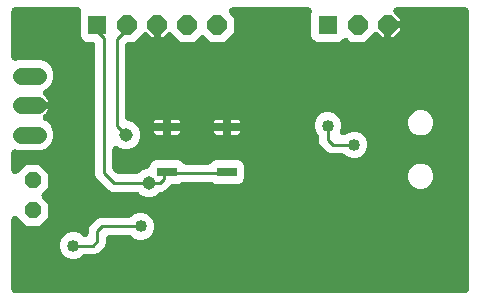
<source format=gbr>
G04 EAGLE Gerber RS-274X export*
G75*
%MOMM*%
%FSLAX34Y34*%
%LPD*%
%INBottom Copper*%
%IPPOS*%
%AMOC8*
5,1,8,0,0,1.08239X$1,22.5*%
G01*
%ADD10C,1.422400*%
%ADD11R,1.625600X1.625600*%
%ADD12P,1.759533X8X112.500000*%
%ADD13R,1.651000X0.762000*%
%ADD14P,1.539592X8X292.500000*%
%ADD15C,1.016000*%
%ADD16C,0.254000*%
%ADD17C,1.143000*%

G36*
X591896Y171253D02*
X591896Y171253D01*
X591972Y171251D01*
X592141Y171273D01*
X592312Y171287D01*
X592386Y171305D01*
X592461Y171315D01*
X592625Y171364D01*
X592791Y171405D01*
X592860Y171435D01*
X592934Y171457D01*
X593087Y171533D01*
X593244Y171600D01*
X593308Y171641D01*
X593377Y171674D01*
X593516Y171773D01*
X593660Y171865D01*
X593717Y171916D01*
X593779Y171960D01*
X593900Y172080D01*
X594028Y172194D01*
X594076Y172253D01*
X594130Y172307D01*
X594231Y172445D01*
X594338Y172578D01*
X594375Y172644D01*
X594420Y172705D01*
X594497Y172858D01*
X594582Y173006D01*
X594608Y173078D01*
X594643Y173146D01*
X594694Y173309D01*
X594753Y173469D01*
X594768Y173544D01*
X594791Y173616D01*
X594803Y173721D01*
X594848Y173953D01*
X594855Y174189D01*
X594867Y174294D01*
X594867Y409906D01*
X594861Y409982D01*
X594863Y410058D01*
X594841Y410227D01*
X594827Y410398D01*
X594809Y410472D01*
X594799Y410547D01*
X594750Y410711D01*
X594709Y410877D01*
X594679Y410946D01*
X594657Y411020D01*
X594581Y411173D01*
X594514Y411330D01*
X594473Y411394D01*
X594440Y411463D01*
X594341Y411602D01*
X594249Y411746D01*
X594198Y411803D01*
X594154Y411865D01*
X594034Y411986D01*
X593920Y412114D01*
X593861Y412162D01*
X593807Y412216D01*
X593669Y412317D01*
X593536Y412424D01*
X593470Y412461D01*
X593409Y412506D01*
X593256Y412583D01*
X593108Y412668D01*
X593036Y412694D01*
X592968Y412729D01*
X592805Y412780D01*
X592645Y412839D01*
X592570Y412854D01*
X592498Y412877D01*
X592393Y412889D01*
X592161Y412934D01*
X591925Y412941D01*
X591820Y412953D01*
X534051Y412953D01*
X534013Y412950D01*
X533975Y412952D01*
X533767Y412930D01*
X533560Y412913D01*
X533523Y412904D01*
X533485Y412900D01*
X533283Y412845D01*
X533081Y412795D01*
X533046Y412780D01*
X533009Y412769D01*
X532819Y412682D01*
X532627Y412600D01*
X532595Y412580D01*
X532561Y412564D01*
X532387Y412447D01*
X532211Y412335D01*
X532183Y412310D01*
X532151Y412288D01*
X531999Y412145D01*
X531843Y412006D01*
X531819Y411977D01*
X531792Y411951D01*
X531664Y411785D01*
X531533Y411622D01*
X531515Y411589D01*
X531491Y411559D01*
X531393Y411375D01*
X531289Y411194D01*
X531276Y411158D01*
X531258Y411124D01*
X531190Y410927D01*
X531118Y410731D01*
X531111Y410694D01*
X531098Y410658D01*
X531063Y410451D01*
X531023Y410247D01*
X531022Y410209D01*
X531016Y410171D01*
X531014Y409962D01*
X531008Y409754D01*
X531013Y409716D01*
X531013Y409678D01*
X531045Y409471D01*
X531072Y409265D01*
X531083Y409228D01*
X531089Y409191D01*
X531154Y408992D01*
X531215Y408793D01*
X531232Y408758D01*
X531243Y408722D01*
X531340Y408537D01*
X531432Y408349D01*
X531454Y408318D01*
X531471Y408284D01*
X531529Y408212D01*
X531717Y407947D01*
X531838Y407825D01*
X531897Y407751D01*
X536957Y402691D01*
X536957Y401319D01*
X526288Y401319D01*
X526212Y401313D01*
X526136Y401316D01*
X525967Y401293D01*
X525797Y401279D01*
X525723Y401261D01*
X525647Y401251D01*
X525483Y401202D01*
X525318Y401161D01*
X525248Y401131D01*
X525175Y401109D01*
X525021Y401034D01*
X524864Y400966D01*
X524800Y400925D01*
X524732Y400892D01*
X524592Y400793D01*
X524448Y400701D01*
X524392Y400650D01*
X524329Y400606D01*
X524208Y400486D01*
X524080Y400372D01*
X524032Y400313D01*
X523978Y400259D01*
X523877Y400121D01*
X523770Y399988D01*
X523732Y399922D01*
X523687Y399860D01*
X523611Y399708D01*
X523526Y399559D01*
X523499Y399488D01*
X523465Y399420D01*
X523414Y399257D01*
X523354Y399097D01*
X523340Y399022D01*
X523317Y398949D01*
X523305Y398845D01*
X523260Y398613D01*
X523252Y398377D01*
X523241Y398272D01*
X523241Y387603D01*
X521869Y387603D01*
X518257Y391215D01*
X518199Y391264D01*
X518147Y391320D01*
X518012Y391424D01*
X517881Y391534D01*
X517816Y391574D01*
X517756Y391620D01*
X517605Y391701D01*
X517459Y391789D01*
X517388Y391817D01*
X517321Y391853D01*
X517159Y391909D01*
X517001Y391972D01*
X516926Y391989D01*
X516854Y392013D01*
X516686Y392042D01*
X516519Y392079D01*
X516443Y392083D01*
X516368Y392096D01*
X516197Y392097D01*
X516026Y392107D01*
X515951Y392098D01*
X515874Y392099D01*
X515705Y392072D01*
X515536Y392054D01*
X515463Y392034D01*
X515387Y392022D01*
X515225Y391969D01*
X515060Y391924D01*
X514991Y391892D01*
X514919Y391868D01*
X514767Y391789D01*
X514612Y391718D01*
X514548Y391675D01*
X514481Y391640D01*
X514399Y391575D01*
X514202Y391443D01*
X514030Y391281D01*
X513948Y391215D01*
X506780Y384047D01*
X494996Y384047D01*
X492723Y386320D01*
X492665Y386369D01*
X492613Y386425D01*
X492478Y386528D01*
X492347Y386639D01*
X492282Y386679D01*
X492222Y386725D01*
X492071Y386806D01*
X491925Y386894D01*
X491854Y386922D01*
X491787Y386958D01*
X491625Y387014D01*
X491467Y387077D01*
X491392Y387093D01*
X491320Y387118D01*
X491152Y387147D01*
X490985Y387184D01*
X490909Y387188D01*
X490834Y387201D01*
X490663Y387202D01*
X490493Y387211D01*
X490417Y387203D01*
X490341Y387204D01*
X490172Y387177D01*
X490002Y387159D01*
X489929Y387139D01*
X489853Y387127D01*
X489691Y387074D01*
X489526Y387029D01*
X489457Y386997D01*
X489385Y386973D01*
X489233Y386894D01*
X489078Y386823D01*
X489015Y386780D01*
X488947Y386745D01*
X488865Y386679D01*
X488669Y386547D01*
X488496Y386386D01*
X488414Y386320D01*
X487069Y384975D01*
X484829Y384047D01*
X466147Y384047D01*
X463906Y384975D01*
X462191Y386690D01*
X461263Y388931D01*
X461263Y407613D01*
X461730Y408740D01*
X461786Y408912D01*
X461848Y409081D01*
X461861Y409146D01*
X461881Y409209D01*
X461908Y409388D01*
X461943Y409565D01*
X461945Y409631D01*
X461955Y409697D01*
X461953Y409878D01*
X461958Y410058D01*
X461950Y410124D01*
X461949Y410191D01*
X461917Y410368D01*
X461894Y410547D01*
X461875Y410611D01*
X461863Y410676D01*
X461804Y410847D01*
X461751Y411020D01*
X461722Y411079D01*
X461700Y411142D01*
X461614Y411300D01*
X461535Y411463D01*
X461496Y411517D01*
X461464Y411575D01*
X461353Y411718D01*
X461249Y411865D01*
X461202Y411912D01*
X461162Y411965D01*
X461029Y412088D01*
X460902Y412216D01*
X460849Y412255D01*
X460800Y412300D01*
X460649Y412400D01*
X460504Y412506D01*
X460444Y412536D01*
X460389Y412573D01*
X460224Y412647D01*
X460063Y412729D01*
X460000Y412749D01*
X459939Y412776D01*
X459765Y412823D01*
X459593Y412877D01*
X459540Y412883D01*
X459463Y412904D01*
X458972Y412953D01*
X458938Y412951D01*
X458915Y412953D01*
X394808Y412953D01*
X394770Y412950D01*
X394732Y412952D01*
X394524Y412930D01*
X394317Y412913D01*
X394279Y412904D01*
X394242Y412900D01*
X394040Y412845D01*
X393838Y412795D01*
X393803Y412780D01*
X393766Y412769D01*
X393576Y412682D01*
X393384Y412600D01*
X393352Y412580D01*
X393317Y412564D01*
X393144Y412447D01*
X392968Y412335D01*
X392940Y412310D01*
X392908Y412288D01*
X392756Y412145D01*
X392600Y412006D01*
X392576Y411977D01*
X392549Y411951D01*
X392421Y411784D01*
X392290Y411622D01*
X392272Y411590D01*
X392248Y411559D01*
X392149Y411375D01*
X392046Y411194D01*
X392033Y411158D01*
X392015Y411124D01*
X391947Y410927D01*
X391875Y410731D01*
X391868Y410694D01*
X391855Y410658D01*
X391820Y410451D01*
X391780Y410247D01*
X391779Y410209D01*
X391773Y410171D01*
X391771Y409962D01*
X391765Y409754D01*
X391770Y409716D01*
X391770Y409678D01*
X391802Y409471D01*
X391829Y409265D01*
X391840Y409228D01*
X391846Y409191D01*
X391911Y408992D01*
X391972Y408793D01*
X391988Y408758D01*
X392000Y408722D01*
X392097Y408537D01*
X392189Y408349D01*
X392211Y408318D01*
X392228Y408284D01*
X392286Y408212D01*
X392474Y407947D01*
X392595Y407825D01*
X392654Y407751D01*
X396241Y404164D01*
X396241Y392380D01*
X387908Y384047D01*
X376124Y384047D01*
X371471Y388700D01*
X371413Y388750D01*
X371360Y388805D01*
X371225Y388909D01*
X371095Y389020D01*
X371029Y389059D01*
X370969Y389106D01*
X370819Y389186D01*
X370672Y389275D01*
X370601Y389303D01*
X370534Y389339D01*
X370373Y389394D01*
X370214Y389458D01*
X370140Y389474D01*
X370068Y389499D01*
X369899Y389527D01*
X369732Y389564D01*
X369656Y389569D01*
X369581Y389581D01*
X369410Y389582D01*
X369240Y389592D01*
X369164Y389584D01*
X369088Y389584D01*
X368919Y389558D01*
X368749Y389540D01*
X368676Y389520D01*
X368601Y389508D01*
X368438Y389454D01*
X368274Y389409D01*
X368204Y389377D01*
X368132Y389354D01*
X367981Y389275D01*
X367825Y389203D01*
X367762Y389161D01*
X367694Y389126D01*
X367612Y389060D01*
X367416Y388928D01*
X367244Y388766D01*
X367161Y388700D01*
X362508Y384047D01*
X350724Y384047D01*
X343556Y391215D01*
X343498Y391264D01*
X343446Y391320D01*
X343310Y391424D01*
X343180Y391534D01*
X343115Y391574D01*
X343055Y391620D01*
X342904Y391701D01*
X342758Y391789D01*
X342687Y391817D01*
X342620Y391853D01*
X342458Y391909D01*
X342300Y391972D01*
X342225Y391989D01*
X342153Y392013D01*
X341985Y392042D01*
X341818Y392079D01*
X341742Y392083D01*
X341667Y392096D01*
X341496Y392097D01*
X341325Y392107D01*
X341250Y392098D01*
X341173Y392099D01*
X341004Y392072D01*
X340835Y392054D01*
X340762Y392034D01*
X340686Y392022D01*
X340524Y391969D01*
X340359Y391924D01*
X340290Y391892D01*
X340218Y391868D01*
X340066Y391789D01*
X339911Y391718D01*
X339848Y391675D01*
X339780Y391640D01*
X339698Y391575D01*
X339501Y391443D01*
X339329Y391281D01*
X339247Y391215D01*
X335635Y387603D01*
X334263Y387603D01*
X334263Y398272D01*
X334257Y398348D01*
X334260Y398424D01*
X334237Y398593D01*
X334223Y398763D01*
X334205Y398837D01*
X334195Y398913D01*
X334146Y399077D01*
X334105Y399242D01*
X334075Y399312D01*
X334053Y399385D01*
X333978Y399539D01*
X333910Y399696D01*
X333869Y399760D01*
X333836Y399828D01*
X333737Y399968D01*
X333645Y400112D01*
X333594Y400168D01*
X333550Y400231D01*
X333430Y400352D01*
X333316Y400480D01*
X333257Y400527D01*
X333204Y400582D01*
X333065Y400682D01*
X332933Y400789D01*
X332866Y400827D01*
X332805Y400872D01*
X332652Y400949D01*
X332504Y401033D01*
X332432Y401060D01*
X332364Y401094D01*
X332202Y401146D01*
X332041Y401205D01*
X331967Y401220D01*
X331894Y401243D01*
X331789Y401254D01*
X331557Y401300D01*
X331321Y401307D01*
X331216Y401319D01*
X331140Y401313D01*
X331064Y401315D01*
X330894Y401293D01*
X330724Y401279D01*
X330650Y401261D01*
X330575Y401251D01*
X330411Y401201D01*
X330245Y401160D01*
X330175Y401130D01*
X330102Y401108D01*
X329949Y401033D01*
X329792Y400966D01*
X329728Y400925D01*
X329659Y400891D01*
X329520Y400792D01*
X329376Y400701D01*
X329319Y400650D01*
X329257Y400606D01*
X329135Y400486D01*
X329008Y400372D01*
X328960Y400313D01*
X328906Y400259D01*
X328805Y400121D01*
X328698Y399988D01*
X328660Y399922D01*
X328615Y399860D01*
X328539Y399708D01*
X328454Y399559D01*
X328427Y399488D01*
X328393Y399420D01*
X328342Y399257D01*
X328282Y399097D01*
X328268Y399022D01*
X328245Y398949D01*
X328233Y398845D01*
X328188Y398613D01*
X328180Y398377D01*
X328169Y398272D01*
X328169Y387603D01*
X326797Y387603D01*
X323185Y391215D01*
X323127Y391264D01*
X323075Y391320D01*
X322940Y391424D01*
X322809Y391534D01*
X322744Y391574D01*
X322684Y391620D01*
X322533Y391701D01*
X322387Y391789D01*
X322316Y391817D01*
X322249Y391853D01*
X322087Y391909D01*
X321929Y391972D01*
X321854Y391989D01*
X321782Y392013D01*
X321614Y392042D01*
X321447Y392079D01*
X321371Y392083D01*
X321296Y392096D01*
X321125Y392097D01*
X320954Y392107D01*
X320879Y392098D01*
X320802Y392099D01*
X320633Y392072D01*
X320464Y392054D01*
X320391Y392034D01*
X320315Y392022D01*
X320153Y391969D01*
X319988Y391924D01*
X319919Y391892D01*
X319847Y391868D01*
X319695Y391789D01*
X319540Y391718D01*
X319476Y391675D01*
X319409Y391640D01*
X319327Y391575D01*
X319130Y391443D01*
X318958Y391281D01*
X318876Y391215D01*
X311708Y384047D01*
X307086Y384047D01*
X307010Y384041D01*
X306934Y384043D01*
X306765Y384021D01*
X306594Y384007D01*
X306520Y383989D01*
X306445Y383979D01*
X306281Y383930D01*
X306115Y383889D01*
X306046Y383859D01*
X305972Y383837D01*
X305819Y383761D01*
X305662Y383694D01*
X305598Y383653D01*
X305529Y383620D01*
X305390Y383521D01*
X305246Y383429D01*
X305189Y383378D01*
X305127Y383334D01*
X305006Y383214D01*
X304878Y383100D01*
X304830Y383041D01*
X304776Y382987D01*
X304675Y382849D01*
X304568Y382716D01*
X304531Y382650D01*
X304486Y382589D01*
X304409Y382436D01*
X304324Y382288D01*
X304298Y382216D01*
X304263Y382148D01*
X304212Y381985D01*
X304153Y381825D01*
X304138Y381750D01*
X304115Y381678D01*
X304103Y381573D01*
X304058Y381341D01*
X304051Y381105D01*
X304039Y381000D01*
X304039Y319659D01*
X304045Y319583D01*
X304043Y319507D01*
X304065Y319338D01*
X304079Y319167D01*
X304097Y319093D01*
X304107Y319018D01*
X304156Y318854D01*
X304197Y318688D01*
X304227Y318619D01*
X304249Y318545D01*
X304325Y318392D01*
X304392Y318235D01*
X304433Y318171D01*
X304466Y318102D01*
X304565Y317963D01*
X304657Y317819D01*
X304708Y317762D01*
X304752Y317700D01*
X304872Y317579D01*
X304986Y317451D01*
X305045Y317403D01*
X305099Y317349D01*
X305237Y317248D01*
X305370Y317141D01*
X305436Y317104D01*
X305497Y317059D01*
X305650Y316982D01*
X305798Y316897D01*
X305870Y316871D01*
X305938Y316836D01*
X306101Y316785D01*
X306261Y316726D01*
X306336Y316711D01*
X306408Y316688D01*
X306513Y316676D01*
X306745Y316631D01*
X306981Y316624D01*
X307086Y316612D01*
X307150Y316612D01*
X311491Y314814D01*
X314814Y311491D01*
X316612Y307150D01*
X316612Y302450D01*
X314814Y298109D01*
X311491Y294786D01*
X307150Y292988D01*
X302450Y292988D01*
X298037Y294816D01*
X297943Y294896D01*
X297910Y294916D01*
X297880Y294940D01*
X297699Y295043D01*
X297520Y295151D01*
X297485Y295165D01*
X297452Y295184D01*
X297256Y295257D01*
X297062Y295334D01*
X297025Y295342D01*
X296989Y295356D01*
X296784Y295396D01*
X296581Y295441D01*
X296542Y295443D01*
X296505Y295450D01*
X296297Y295457D01*
X296088Y295469D01*
X296050Y295465D01*
X296012Y295466D01*
X295806Y295439D01*
X295598Y295416D01*
X295561Y295406D01*
X295523Y295401D01*
X295323Y295341D01*
X295122Y295286D01*
X295087Y295270D01*
X295050Y295259D01*
X294863Y295167D01*
X294673Y295080D01*
X294642Y295059D01*
X294607Y295042D01*
X294438Y294921D01*
X294264Y294805D01*
X294236Y294778D01*
X294205Y294756D01*
X294057Y294610D01*
X293905Y294467D01*
X293881Y294437D01*
X293854Y294410D01*
X293731Y294241D01*
X293604Y294076D01*
X293586Y294042D01*
X293564Y294011D01*
X293470Y293825D01*
X293371Y293641D01*
X293359Y293605D01*
X293341Y293571D01*
X293279Y293372D01*
X293211Y293174D01*
X293205Y293137D01*
X293193Y293100D01*
X293183Y293007D01*
X293128Y292688D01*
X293127Y292516D01*
X293117Y292422D01*
X293117Y277364D01*
X293126Y277250D01*
X293125Y277136D01*
X293146Y277004D01*
X293157Y276872D01*
X293184Y276761D01*
X293202Y276648D01*
X293243Y276522D01*
X293275Y276393D01*
X293320Y276288D01*
X293356Y276180D01*
X293418Y276062D01*
X293470Y275940D01*
X293531Y275843D01*
X293584Y275742D01*
X293643Y275669D01*
X293735Y275524D01*
X293951Y275281D01*
X294009Y275209D01*
X296545Y272673D01*
X296630Y272601D01*
X296687Y272543D01*
X296688Y272543D01*
X296712Y272518D01*
X296819Y272440D01*
X296921Y272354D01*
X297019Y272295D01*
X297111Y272228D01*
X297229Y272168D01*
X297343Y272099D01*
X297450Y272057D01*
X297551Y272005D01*
X297678Y271965D01*
X297801Y271916D01*
X297913Y271891D01*
X298022Y271857D01*
X298115Y271847D01*
X298283Y271809D01*
X298607Y271791D01*
X298700Y271781D01*
X313250Y271781D01*
X313364Y271790D01*
X313478Y271789D01*
X313610Y271810D01*
X313742Y271821D01*
X313853Y271848D01*
X313966Y271866D01*
X314092Y271907D01*
X314221Y271939D01*
X314326Y271984D01*
X314434Y272020D01*
X314552Y272082D01*
X314674Y272134D01*
X314770Y272195D01*
X314872Y272248D01*
X314945Y272307D01*
X315090Y272399D01*
X315332Y272615D01*
X315405Y272673D01*
X317159Y274428D01*
X321500Y276226D01*
X321981Y276226D01*
X322199Y276243D01*
X322416Y276257D01*
X322444Y276263D01*
X322472Y276266D01*
X322685Y276318D01*
X322897Y276367D01*
X322924Y276378D01*
X322951Y276384D01*
X323152Y276471D01*
X323354Y276553D01*
X323378Y276568D01*
X323405Y276579D01*
X323589Y276696D01*
X323775Y276810D01*
X323797Y276829D01*
X323821Y276844D01*
X323983Y276989D01*
X324149Y277132D01*
X324167Y277154D01*
X324189Y277173D01*
X324325Y277342D01*
X324466Y277510D01*
X324478Y277531D01*
X324499Y277557D01*
X324743Y277985D01*
X324771Y278061D01*
X324796Y278107D01*
X325920Y280822D01*
X327635Y282537D01*
X329876Y283465D01*
X348812Y283465D01*
X351053Y282537D01*
X352788Y280801D01*
X352875Y280727D01*
X352955Y280646D01*
X353062Y280568D01*
X353164Y280482D01*
X353262Y280423D01*
X353354Y280356D01*
X353472Y280296D01*
X353586Y280227D01*
X353693Y280185D01*
X353794Y280133D01*
X353921Y280093D01*
X354044Y280044D01*
X354156Y280019D01*
X354265Y279985D01*
X354358Y279975D01*
X354526Y279937D01*
X354850Y279919D01*
X354943Y279909D01*
X374545Y279909D01*
X374659Y279918D01*
X374773Y279917D01*
X374905Y279938D01*
X375037Y279949D01*
X375148Y279976D01*
X375261Y279994D01*
X375387Y280035D01*
X375516Y280067D01*
X375621Y280112D01*
X375729Y280148D01*
X375847Y280210D01*
X375969Y280262D01*
X376066Y280323D01*
X376167Y280376D01*
X376241Y280435D01*
X376385Y280527D01*
X376628Y280743D01*
X376700Y280801D01*
X378435Y282537D01*
X380676Y283465D01*
X399612Y283465D01*
X401853Y282537D01*
X403568Y280822D01*
X404496Y278581D01*
X404496Y268535D01*
X403568Y266294D01*
X401853Y264579D01*
X399612Y263651D01*
X380676Y263651D01*
X378303Y264634D01*
X378258Y264661D01*
X378166Y264728D01*
X378048Y264788D01*
X377934Y264857D01*
X377827Y264899D01*
X377726Y264951D01*
X377599Y264991D01*
X377476Y265040D01*
X377364Y265065D01*
X377255Y265099D01*
X377162Y265109D01*
X376994Y265147D01*
X376670Y265165D01*
X376577Y265175D01*
X352911Y265175D01*
X352797Y265166D01*
X352683Y265167D01*
X352551Y265146D01*
X352419Y265135D01*
X352308Y265108D01*
X352195Y265090D01*
X352069Y265049D01*
X351940Y265017D01*
X351835Y264972D01*
X351727Y264936D01*
X351609Y264874D01*
X351487Y264822D01*
X351390Y264761D01*
X351289Y264708D01*
X351215Y264649D01*
X351205Y264642D01*
X348812Y263651D01*
X344420Y263651D01*
X344306Y263642D01*
X344192Y263643D01*
X344060Y263622D01*
X343928Y263611D01*
X343817Y263584D01*
X343704Y263566D01*
X343578Y263525D01*
X343449Y263493D01*
X343344Y263448D01*
X343236Y263412D01*
X343118Y263350D01*
X342996Y263298D01*
X342899Y263237D01*
X342798Y263184D01*
X342725Y263125D01*
X342580Y263033D01*
X342337Y262817D01*
X342265Y262759D01*
X337421Y257915D01*
X334713Y256793D01*
X334196Y256793D01*
X334082Y256784D01*
X333968Y256785D01*
X333836Y256764D01*
X333704Y256753D01*
X333593Y256726D01*
X333480Y256708D01*
X333354Y256667D01*
X333225Y256635D01*
X333120Y256590D01*
X333012Y256554D01*
X332894Y256492D01*
X332772Y256440D01*
X332676Y256379D01*
X332574Y256326D01*
X332501Y256267D01*
X332356Y256175D01*
X332114Y255959D01*
X332041Y255901D01*
X330541Y254400D01*
X326200Y252602D01*
X321500Y252602D01*
X317159Y254400D01*
X315405Y256155D01*
X315318Y256229D01*
X315238Y256310D01*
X315130Y256388D01*
X315029Y256474D01*
X314931Y256533D01*
X314839Y256600D01*
X314720Y256660D01*
X314606Y256729D01*
X314500Y256771D01*
X314398Y256823D01*
X314272Y256863D01*
X314148Y256912D01*
X314037Y256937D01*
X313928Y256971D01*
X313834Y256981D01*
X313667Y257019D01*
X313342Y257037D01*
X313250Y257047D01*
X292921Y257047D01*
X290213Y258169D01*
X279505Y268877D01*
X278383Y271585D01*
X278383Y381000D01*
X278377Y381076D01*
X278379Y381152D01*
X278357Y381321D01*
X278343Y381492D01*
X278325Y381566D01*
X278315Y381641D01*
X278266Y381805D01*
X278225Y381971D01*
X278195Y382040D01*
X278173Y382114D01*
X278097Y382267D01*
X278030Y382424D01*
X277989Y382488D01*
X277956Y382557D01*
X277857Y382696D01*
X277765Y382840D01*
X277714Y382897D01*
X277670Y382959D01*
X277550Y383080D01*
X277436Y383208D01*
X277377Y383256D01*
X277323Y383310D01*
X277185Y383411D01*
X277052Y383518D01*
X276986Y383555D01*
X276925Y383600D01*
X276772Y383677D01*
X276624Y383762D01*
X276552Y383788D01*
X276484Y383823D01*
X276321Y383874D01*
X276161Y383933D01*
X276086Y383948D01*
X276014Y383971D01*
X275909Y383983D01*
X275677Y384028D01*
X275441Y384035D01*
X275336Y384047D01*
X271075Y384047D01*
X268834Y384975D01*
X267119Y386690D01*
X266191Y388931D01*
X266191Y407613D01*
X266658Y408740D01*
X266714Y408912D01*
X266776Y409081D01*
X266789Y409146D01*
X266809Y409209D01*
X266836Y409388D01*
X266871Y409565D01*
X266873Y409631D01*
X266883Y409697D01*
X266881Y409878D01*
X266886Y410058D01*
X266878Y410124D01*
X266877Y410191D01*
X266845Y410368D01*
X266822Y410547D01*
X266803Y410611D01*
X266791Y410676D01*
X266732Y410847D01*
X266679Y411020D01*
X266650Y411079D01*
X266628Y411142D01*
X266542Y411300D01*
X266463Y411463D01*
X266424Y411517D01*
X266392Y411575D01*
X266281Y411718D01*
X266177Y411865D01*
X266130Y411912D01*
X266090Y411965D01*
X265957Y412088D01*
X265830Y412216D01*
X265777Y412255D01*
X265728Y412300D01*
X265577Y412400D01*
X265432Y412506D01*
X265372Y412536D01*
X265317Y412573D01*
X265152Y412647D01*
X264991Y412729D01*
X264928Y412749D01*
X264867Y412776D01*
X264693Y412823D01*
X264521Y412877D01*
X264468Y412883D01*
X264391Y412904D01*
X263900Y412953D01*
X263866Y412951D01*
X263843Y412953D01*
X210692Y412953D01*
X210616Y412947D01*
X210540Y412949D01*
X210371Y412927D01*
X210200Y412913D01*
X210126Y412895D01*
X210051Y412885D01*
X209887Y412836D01*
X209721Y412795D01*
X209652Y412765D01*
X209578Y412743D01*
X209425Y412667D01*
X209268Y412600D01*
X209204Y412559D01*
X209135Y412526D01*
X208996Y412427D01*
X208852Y412335D01*
X208795Y412284D01*
X208733Y412240D01*
X208612Y412120D01*
X208484Y412006D01*
X208436Y411947D01*
X208382Y411893D01*
X208281Y411755D01*
X208174Y411622D01*
X208137Y411556D01*
X208092Y411495D01*
X208015Y411342D01*
X207930Y411194D01*
X207904Y411122D01*
X207869Y411054D01*
X207818Y410891D01*
X207759Y410731D01*
X207744Y410656D01*
X207721Y410584D01*
X207709Y410479D01*
X207664Y410247D01*
X207657Y410011D01*
X207645Y409906D01*
X207645Y370760D01*
X207659Y370580D01*
X207666Y370400D01*
X207679Y370335D01*
X207685Y370269D01*
X207728Y370093D01*
X207764Y369917D01*
X207787Y369854D01*
X207803Y369790D01*
X207875Y369624D01*
X207938Y369455D01*
X207972Y369397D01*
X207998Y369336D01*
X208095Y369184D01*
X208185Y369028D01*
X208227Y368976D01*
X208263Y368920D01*
X208383Y368786D01*
X208498Y368646D01*
X208547Y368602D01*
X208592Y368552D01*
X208732Y368439D01*
X208867Y368320D01*
X208924Y368284D01*
X208976Y368242D01*
X209132Y368153D01*
X209285Y368057D01*
X209346Y368031D01*
X209404Y367998D01*
X209574Y367936D01*
X209740Y367866D01*
X209804Y367850D01*
X209867Y367827D01*
X210044Y367792D01*
X210219Y367750D01*
X210286Y367745D01*
X210351Y367732D01*
X210531Y367727D01*
X210711Y367713D01*
X210778Y367719D01*
X210844Y367717D01*
X211023Y367740D01*
X211203Y367756D01*
X211253Y367771D01*
X211333Y367781D01*
X211805Y367924D01*
X211836Y367939D01*
X211858Y367945D01*
X213007Y368421D01*
X232485Y368421D01*
X237340Y366410D01*
X241056Y362694D01*
X243067Y357839D01*
X243067Y352585D01*
X241056Y347730D01*
X237340Y344014D01*
X235962Y343443D01*
X235808Y343364D01*
X235651Y343293D01*
X235589Y343252D01*
X235523Y343218D01*
X235384Y343116D01*
X235240Y343020D01*
X235186Y342969D01*
X235126Y342925D01*
X235006Y342802D01*
X234879Y342684D01*
X234833Y342625D01*
X234782Y342572D01*
X234682Y342431D01*
X234576Y342294D01*
X234541Y342229D01*
X234499Y342168D01*
X234424Y342012D01*
X234341Y341860D01*
X234317Y341790D01*
X234285Y341724D01*
X234236Y341558D01*
X234179Y341394D01*
X234166Y341321D01*
X234145Y341250D01*
X234124Y341079D01*
X234094Y340908D01*
X234093Y340834D01*
X234084Y340761D01*
X234090Y340588D01*
X234088Y340415D01*
X234099Y340342D01*
X234102Y340268D01*
X234136Y340099D01*
X234162Y339927D01*
X234185Y339857D01*
X234200Y339784D01*
X234261Y339623D01*
X234314Y339458D01*
X234348Y339392D01*
X234374Y339323D01*
X234461Y339173D01*
X234540Y339019D01*
X234584Y338960D01*
X234621Y338896D01*
X234731Y338762D01*
X234834Y338623D01*
X234876Y338584D01*
X234934Y338514D01*
X235303Y338187D01*
X235324Y338174D01*
X235337Y338163D01*
X236146Y337575D01*
X237221Y336500D01*
X238114Y335271D01*
X238804Y333917D01*
X239017Y333259D01*
X222746Y333259D01*
X222670Y333253D01*
X222594Y333256D01*
X222425Y333233D01*
X222255Y333219D01*
X222181Y333201D01*
X222105Y333191D01*
X221941Y333142D01*
X221776Y333101D01*
X221706Y333071D01*
X221633Y333049D01*
X221479Y332974D01*
X221322Y332906D01*
X221258Y332865D01*
X221190Y332832D01*
X221050Y332733D01*
X220906Y332641D01*
X220850Y332590D01*
X220787Y332546D01*
X220666Y332426D01*
X220538Y332312D01*
X220491Y332253D01*
X220436Y332200D01*
X220336Y332061D01*
X220229Y331929D01*
X220191Y331862D01*
X220146Y331801D01*
X220069Y331648D01*
X219985Y331500D01*
X219958Y331428D01*
X219924Y331360D01*
X219872Y331198D01*
X219813Y331037D01*
X219798Y330963D01*
X219775Y330890D01*
X219764Y330785D01*
X219718Y330553D01*
X219711Y330317D01*
X219699Y330212D01*
X219705Y330136D01*
X219703Y330060D01*
X219725Y329890D01*
X219739Y329720D01*
X219757Y329646D01*
X219767Y329571D01*
X219817Y329407D01*
X219858Y329241D01*
X219888Y329171D01*
X219910Y329098D01*
X219985Y328945D01*
X220052Y328788D01*
X220093Y328724D01*
X220127Y328655D01*
X220226Y328516D01*
X220317Y328372D01*
X220368Y328315D01*
X220412Y328253D01*
X220532Y328131D01*
X220646Y328004D01*
X220705Y327956D01*
X220759Y327902D01*
X220897Y327801D01*
X221030Y327694D01*
X221096Y327656D01*
X221158Y327611D01*
X221310Y327535D01*
X221459Y327450D01*
X221530Y327423D01*
X221598Y327389D01*
X221761Y327338D01*
X221921Y327278D01*
X221996Y327264D01*
X222069Y327241D01*
X222173Y327229D01*
X222405Y327184D01*
X222641Y327176D01*
X222746Y327165D01*
X239017Y327165D01*
X238804Y326507D01*
X238114Y325153D01*
X237221Y323924D01*
X236146Y322849D01*
X235337Y322261D01*
X235206Y322149D01*
X235069Y322043D01*
X235019Y321988D01*
X234963Y321940D01*
X234851Y321808D01*
X234734Y321681D01*
X234693Y321619D01*
X234645Y321562D01*
X234557Y321414D01*
X234461Y321270D01*
X234430Y321202D01*
X234393Y321139D01*
X234329Y320978D01*
X234258Y320820D01*
X234239Y320748D01*
X234212Y320680D01*
X234175Y320511D01*
X234130Y320344D01*
X234123Y320270D01*
X234107Y320197D01*
X234099Y320025D01*
X234081Y319853D01*
X234086Y319779D01*
X234082Y319705D01*
X234101Y319533D01*
X234112Y319360D01*
X234129Y319288D01*
X234137Y319214D01*
X234183Y319048D01*
X234222Y318879D01*
X234250Y318811D01*
X234270Y318739D01*
X234343Y318583D01*
X234408Y318422D01*
X234447Y318359D01*
X234478Y318292D01*
X234575Y318149D01*
X234665Y318002D01*
X234714Y317945D01*
X234755Y317884D01*
X234874Y317759D01*
X234987Y317628D01*
X235044Y317580D01*
X235095Y317526D01*
X235233Y317422D01*
X235365Y317311D01*
X235416Y317282D01*
X235488Y317228D01*
X235924Y316997D01*
X235947Y316989D01*
X235962Y316981D01*
X237340Y316410D01*
X241056Y312694D01*
X243067Y307839D01*
X243067Y302585D01*
X241056Y297730D01*
X237340Y294014D01*
X232485Y292003D01*
X213007Y292003D01*
X211858Y292479D01*
X211687Y292534D01*
X211517Y292597D01*
X211452Y292610D01*
X211389Y292630D01*
X211210Y292657D01*
X211033Y292692D01*
X210967Y292694D01*
X210901Y292704D01*
X210720Y292702D01*
X210540Y292707D01*
X210474Y292698D01*
X210407Y292698D01*
X210230Y292666D01*
X210051Y292643D01*
X209987Y292623D01*
X209922Y292612D01*
X209751Y292552D01*
X209578Y292500D01*
X209519Y292471D01*
X209456Y292449D01*
X209298Y292363D01*
X209135Y292283D01*
X209081Y292245D01*
X209023Y292213D01*
X208880Y292102D01*
X208733Y291998D01*
X208686Y291951D01*
X208633Y291910D01*
X208510Y291778D01*
X208382Y291651D01*
X208343Y291597D01*
X208298Y291549D01*
X208198Y291398D01*
X208092Y291252D01*
X208062Y291193D01*
X208025Y291138D01*
X207951Y290973D01*
X207869Y290812D01*
X207849Y290748D01*
X207822Y290688D01*
X207775Y290514D01*
X207721Y290341D01*
X207715Y290289D01*
X207694Y290211D01*
X207645Y289720D01*
X207647Y289687D01*
X207645Y289664D01*
X207645Y274575D01*
X207648Y274537D01*
X207646Y274499D01*
X207668Y274292D01*
X207685Y274084D01*
X207694Y274047D01*
X207698Y274009D01*
X207753Y273808D01*
X207803Y273605D01*
X207818Y273570D01*
X207829Y273533D01*
X207916Y273343D01*
X207998Y273151D01*
X208018Y273119D01*
X208034Y273085D01*
X208151Y272911D01*
X208263Y272735D01*
X208288Y272707D01*
X208310Y272675D01*
X208453Y272523D01*
X208592Y272368D01*
X208621Y272344D01*
X208647Y272316D01*
X208813Y272189D01*
X208976Y272058D01*
X209009Y272039D01*
X209039Y272016D01*
X209223Y271917D01*
X209404Y271814D01*
X209440Y271800D01*
X209474Y271782D01*
X209671Y271715D01*
X209867Y271642D01*
X209904Y271635D01*
X209940Y271622D01*
X210147Y271587D01*
X210351Y271547D01*
X210389Y271546D01*
X210427Y271540D01*
X210636Y271538D01*
X210844Y271532D01*
X210882Y271537D01*
X210920Y271537D01*
X211127Y271569D01*
X211333Y271596D01*
X211370Y271607D01*
X211407Y271613D01*
X211606Y271679D01*
X211805Y271739D01*
X211840Y271756D01*
X211876Y271768D01*
X212061Y271864D01*
X212249Y271956D01*
X212280Y271978D01*
X212314Y271995D01*
X212386Y272053D01*
X212651Y272241D01*
X212773Y272362D01*
X212847Y272421D01*
X220335Y279909D01*
X231277Y279909D01*
X239015Y272171D01*
X239015Y261229D01*
X233941Y256155D01*
X233891Y256097D01*
X233836Y256045D01*
X233732Y255909D01*
X233621Y255779D01*
X233582Y255713D01*
X233536Y255653D01*
X233455Y255503D01*
X233367Y255356D01*
X233338Y255286D01*
X233302Y255218D01*
X233247Y255057D01*
X233184Y254898D01*
X233167Y254824D01*
X233142Y254752D01*
X233114Y254583D01*
X233077Y254417D01*
X233072Y254340D01*
X233060Y254265D01*
X233059Y254094D01*
X233049Y253924D01*
X233057Y253848D01*
X233057Y253772D01*
X233083Y253603D01*
X233101Y253433D01*
X233121Y253360D01*
X233133Y253285D01*
X233187Y253122D01*
X233232Y252958D01*
X233264Y252888D01*
X233288Y252816D01*
X233366Y252665D01*
X233438Y252509D01*
X233480Y252446D01*
X233515Y252378D01*
X233581Y252296D01*
X233713Y252100D01*
X233875Y251927D01*
X233941Y251845D01*
X239015Y246771D01*
X239015Y235829D01*
X231277Y228091D01*
X220335Y228091D01*
X212847Y235579D01*
X212818Y235604D01*
X212792Y235632D01*
X212630Y235763D01*
X212471Y235899D01*
X212438Y235919D01*
X212408Y235942D01*
X212227Y236046D01*
X212048Y236153D01*
X212013Y236168D01*
X211980Y236186D01*
X211784Y236259D01*
X211590Y236336D01*
X211553Y236345D01*
X211517Y236358D01*
X211312Y236398D01*
X211108Y236443D01*
X211070Y236445D01*
X211033Y236453D01*
X210825Y236459D01*
X210616Y236471D01*
X210578Y236467D01*
X210540Y236468D01*
X210333Y236441D01*
X210125Y236419D01*
X210089Y236409D01*
X210051Y236404D01*
X209851Y236343D01*
X209650Y236288D01*
X209615Y236272D01*
X209578Y236261D01*
X209391Y236169D01*
X209201Y236082D01*
X209169Y236061D01*
X209135Y236044D01*
X208966Y235924D01*
X208792Y235807D01*
X208764Y235781D01*
X208733Y235759D01*
X208585Y235612D01*
X208432Y235469D01*
X208409Y235439D01*
X208382Y235412D01*
X208259Y235243D01*
X208132Y235078D01*
X208114Y235044D01*
X208092Y235013D01*
X207998Y234827D01*
X207899Y234643D01*
X207886Y234607D01*
X207869Y234573D01*
X207807Y234374D01*
X207739Y234176D01*
X207733Y234139D01*
X207721Y234102D01*
X207711Y234010D01*
X207656Y233690D01*
X207655Y233518D01*
X207645Y233425D01*
X207645Y174294D01*
X207651Y174218D01*
X207649Y174142D01*
X207671Y173973D01*
X207685Y173802D01*
X207703Y173728D01*
X207713Y173653D01*
X207762Y173489D01*
X207803Y173323D01*
X207833Y173254D01*
X207855Y173180D01*
X207931Y173027D01*
X207998Y172870D01*
X208039Y172806D01*
X208072Y172737D01*
X208171Y172598D01*
X208263Y172454D01*
X208314Y172397D01*
X208358Y172335D01*
X208478Y172214D01*
X208592Y172086D01*
X208651Y172038D01*
X208705Y171984D01*
X208843Y171883D01*
X208976Y171776D01*
X209042Y171739D01*
X209103Y171694D01*
X209256Y171617D01*
X209404Y171532D01*
X209476Y171506D01*
X209544Y171471D01*
X209707Y171420D01*
X209867Y171361D01*
X209942Y171346D01*
X210014Y171323D01*
X210119Y171311D01*
X210351Y171266D01*
X210587Y171259D01*
X210692Y171247D01*
X591820Y171247D01*
X591896Y171253D01*
G37*
%LPC*%
G36*
X257873Y200151D02*
X257873Y200151D01*
X253765Y201853D01*
X250621Y204997D01*
X248919Y209105D01*
X248919Y213551D01*
X250621Y217659D01*
X253765Y220803D01*
X257873Y222505D01*
X262319Y222505D01*
X266427Y220803D01*
X267643Y219587D01*
X267730Y219513D01*
X267810Y219432D01*
X267918Y219354D01*
X268019Y219268D01*
X268117Y219209D01*
X268209Y219142D01*
X268327Y219082D01*
X268442Y219013D01*
X268548Y218971D01*
X268650Y218919D01*
X268776Y218879D01*
X268900Y218830D01*
X269011Y218805D01*
X269120Y218771D01*
X269214Y218761D01*
X269381Y218723D01*
X269706Y218705D01*
X269798Y218695D01*
X270002Y218695D01*
X270078Y218701D01*
X270154Y218699D01*
X270323Y218721D01*
X270494Y218735D01*
X270568Y218753D01*
X270643Y218763D01*
X270807Y218812D01*
X270973Y218853D01*
X271042Y218883D01*
X271116Y218905D01*
X271269Y218981D01*
X271426Y219048D01*
X271490Y219089D01*
X271559Y219122D01*
X271698Y219221D01*
X271842Y219313D01*
X271899Y219364D01*
X271961Y219408D01*
X272082Y219528D01*
X272210Y219642D01*
X272258Y219701D01*
X272312Y219755D01*
X272413Y219893D01*
X272520Y220026D01*
X272557Y220092D01*
X272602Y220153D01*
X272679Y220306D01*
X272764Y220454D01*
X272790Y220526D01*
X272825Y220594D01*
X272876Y220757D01*
X272935Y220917D01*
X272950Y220992D01*
X272973Y221064D01*
X272985Y221169D01*
X273030Y221401D01*
X273037Y221637D01*
X273049Y221742D01*
X273049Y224985D01*
X274171Y227693D01*
X280307Y233829D01*
X283015Y234951D01*
X307290Y234951D01*
X307404Y234960D01*
X307518Y234959D01*
X307650Y234980D01*
X307782Y234991D01*
X307893Y235018D01*
X308006Y235036D01*
X308132Y235077D01*
X308261Y235109D01*
X308366Y235154D01*
X308474Y235190D01*
X308592Y235252D01*
X308714Y235304D01*
X308810Y235365D01*
X308912Y235418D01*
X308985Y235477D01*
X309130Y235569D01*
X309372Y235785D01*
X309445Y235843D01*
X310661Y237059D01*
X314769Y238761D01*
X319215Y238761D01*
X323323Y237059D01*
X326467Y233915D01*
X328169Y229807D01*
X328169Y225361D01*
X326467Y221253D01*
X323323Y218109D01*
X319215Y216407D01*
X314769Y216407D01*
X310661Y218109D01*
X309445Y219325D01*
X309358Y219399D01*
X309278Y219480D01*
X309170Y219558D01*
X309069Y219644D01*
X308971Y219703D01*
X308879Y219770D01*
X308760Y219830D01*
X308647Y219899D01*
X308540Y219941D01*
X308439Y219993D01*
X308312Y220033D01*
X308188Y220082D01*
X308077Y220107D01*
X307968Y220141D01*
X307875Y220151D01*
X307707Y220189D01*
X307382Y220207D01*
X307290Y220217D01*
X290830Y220217D01*
X290754Y220211D01*
X290678Y220213D01*
X290509Y220191D01*
X290338Y220177D01*
X290264Y220159D01*
X290189Y220149D01*
X290025Y220100D01*
X289859Y220059D01*
X289790Y220029D01*
X289716Y220007D01*
X289563Y219931D01*
X289406Y219864D01*
X289342Y219823D01*
X289273Y219790D01*
X289134Y219691D01*
X288990Y219599D01*
X288933Y219548D01*
X288871Y219504D01*
X288750Y219384D01*
X288622Y219270D01*
X288574Y219211D01*
X288520Y219157D01*
X288419Y219019D01*
X288312Y218886D01*
X288275Y218820D01*
X288230Y218759D01*
X288153Y218606D01*
X288068Y218458D01*
X288042Y218386D01*
X288007Y218318D01*
X287956Y218155D01*
X287897Y217995D01*
X287882Y217920D01*
X287859Y217848D01*
X287847Y217743D01*
X287802Y217511D01*
X287795Y217275D01*
X287783Y217170D01*
X287783Y213927D01*
X286661Y211219D01*
X280525Y205083D01*
X277817Y203961D01*
X269798Y203961D01*
X269684Y203952D01*
X269570Y203953D01*
X269438Y203932D01*
X269306Y203921D01*
X269195Y203894D01*
X269082Y203876D01*
X268956Y203835D01*
X268827Y203803D01*
X268722Y203758D01*
X268614Y203722D01*
X268496Y203660D01*
X268374Y203608D01*
X268278Y203547D01*
X268176Y203494D01*
X268103Y203435D01*
X267958Y203343D01*
X267716Y203127D01*
X267643Y203069D01*
X266427Y201853D01*
X262319Y200151D01*
X257873Y200151D01*
G37*
%LPD*%
%LPC*%
G36*
X495617Y285495D02*
X495617Y285495D01*
X491509Y287197D01*
X490293Y288413D01*
X490206Y288487D01*
X490126Y288568D01*
X490018Y288646D01*
X489917Y288732D01*
X489819Y288791D01*
X489727Y288858D01*
X489609Y288918D01*
X489494Y288987D01*
X489388Y289029D01*
X489286Y289081D01*
X489160Y289121D01*
X489036Y289170D01*
X488925Y289195D01*
X488816Y289229D01*
X488722Y289239D01*
X488555Y289277D01*
X488230Y289295D01*
X488138Y289305D01*
X478087Y289305D01*
X475379Y290427D01*
X469243Y296563D01*
X468121Y299271D01*
X468121Y303226D01*
X468112Y303340D01*
X468113Y303454D01*
X468092Y303586D01*
X468081Y303718D01*
X468054Y303829D01*
X468036Y303942D01*
X467995Y304068D01*
X467963Y304197D01*
X467918Y304302D01*
X467882Y304410D01*
X467820Y304528D01*
X467768Y304650D01*
X467707Y304746D01*
X467654Y304848D01*
X467595Y304921D01*
X467503Y305066D01*
X467287Y305308D01*
X467229Y305381D01*
X466013Y306597D01*
X464311Y310705D01*
X464311Y315151D01*
X466013Y319259D01*
X469157Y322403D01*
X473265Y324105D01*
X477711Y324105D01*
X481819Y322403D01*
X484963Y319259D01*
X486665Y315151D01*
X486665Y310705D01*
X485879Y308808D01*
X485835Y308673D01*
X485783Y308540D01*
X485760Y308438D01*
X485728Y308339D01*
X485707Y308198D01*
X485676Y308059D01*
X485670Y307954D01*
X485654Y307851D01*
X485656Y307708D01*
X485648Y307566D01*
X485659Y307462D01*
X485661Y307358D01*
X485685Y307217D01*
X485700Y307075D01*
X485728Y306975D01*
X485746Y306872D01*
X485793Y306737D01*
X485831Y306600D01*
X485875Y306505D01*
X485909Y306406D01*
X485977Y306281D01*
X486037Y306151D01*
X486095Y306065D01*
X486145Y305973D01*
X486232Y305860D01*
X486312Y305742D01*
X486384Y305666D01*
X486448Y305583D01*
X486552Y305486D01*
X486650Y305383D01*
X486733Y305319D01*
X486810Y305248D01*
X486928Y305169D01*
X487041Y305082D01*
X487134Y305033D01*
X487221Y304975D01*
X487351Y304916D01*
X487476Y304849D01*
X487575Y304815D01*
X487670Y304772D01*
X487808Y304735D01*
X487943Y304689D01*
X488046Y304672D01*
X488147Y304645D01*
X488288Y304630D01*
X488429Y304606D01*
X488534Y304606D01*
X488638Y304595D01*
X488780Y304604D01*
X488923Y304603D01*
X489026Y304620D01*
X489130Y304626D01*
X489269Y304658D01*
X489410Y304680D01*
X489509Y304713D01*
X489611Y304736D01*
X489743Y304790D01*
X489878Y304834D01*
X489971Y304883D01*
X490068Y304922D01*
X490190Y304996D01*
X490316Y305062D01*
X490377Y305111D01*
X490489Y305179D01*
X490818Y305463D01*
X490849Y305487D01*
X491509Y306147D01*
X495617Y307849D01*
X500063Y307849D01*
X504171Y306147D01*
X507315Y303003D01*
X509017Y298895D01*
X509017Y294449D01*
X507315Y290341D01*
X504171Y287197D01*
X500063Y285495D01*
X495617Y285495D01*
G37*
%LPD*%
%LPC*%
G36*
X552160Y304511D02*
X552160Y304511D01*
X548265Y306125D01*
X545285Y309105D01*
X543671Y313000D01*
X543671Y317216D01*
X545285Y321111D01*
X548265Y324091D01*
X552160Y325705D01*
X556376Y325705D01*
X560271Y324091D01*
X563251Y321111D01*
X564865Y317216D01*
X564865Y313000D01*
X563251Y309105D01*
X560271Y306125D01*
X556376Y304511D01*
X552160Y304511D01*
G37*
%LPD*%
%LPC*%
G36*
X552160Y259511D02*
X552160Y259511D01*
X548265Y261125D01*
X545285Y264105D01*
X543671Y268000D01*
X543671Y272216D01*
X545285Y276111D01*
X548265Y279091D01*
X552160Y280705D01*
X556376Y280705D01*
X560271Y279091D01*
X563251Y276111D01*
X564865Y272216D01*
X564865Y268000D01*
X563251Y264105D01*
X560271Y261125D01*
X556376Y259511D01*
X552160Y259511D01*
G37*
%LPD*%
%LPC*%
G36*
X529335Y387603D02*
X529335Y387603D01*
X529335Y395225D01*
X536957Y395225D01*
X536957Y393853D01*
X530707Y387603D01*
X529335Y387603D01*
G37*
%LPD*%
%LPC*%
G36*
X393191Y314705D02*
X393191Y314705D01*
X393191Y318009D01*
X398734Y318009D01*
X399380Y317836D01*
X399959Y317501D01*
X400432Y317028D01*
X400767Y316449D01*
X400940Y315803D01*
X400940Y314705D01*
X393191Y314705D01*
G37*
%LPD*%
%LPC*%
G36*
X342391Y314705D02*
X342391Y314705D01*
X342391Y318009D01*
X347934Y318009D01*
X348580Y317836D01*
X349159Y317501D01*
X349632Y317028D01*
X349967Y316449D01*
X350140Y315803D01*
X350140Y314705D01*
X342391Y314705D01*
G37*
%LPD*%
%LPC*%
G36*
X328548Y314705D02*
X328548Y314705D01*
X328548Y315803D01*
X328721Y316449D01*
X329056Y317028D01*
X329529Y317501D01*
X330108Y317836D01*
X330754Y318009D01*
X336297Y318009D01*
X336297Y314705D01*
X328548Y314705D01*
G37*
%LPD*%
%LPC*%
G36*
X379348Y314705D02*
X379348Y314705D01*
X379348Y315803D01*
X379521Y316449D01*
X379856Y317028D01*
X380329Y317501D01*
X380908Y317836D01*
X381554Y318009D01*
X387097Y318009D01*
X387097Y314705D01*
X379348Y314705D01*
G37*
%LPD*%
%LPC*%
G36*
X342391Y305307D02*
X342391Y305307D01*
X342391Y308611D01*
X350140Y308611D01*
X350140Y307513D01*
X349967Y306867D01*
X349632Y306288D01*
X349159Y305815D01*
X348580Y305480D01*
X347934Y305307D01*
X342391Y305307D01*
G37*
%LPD*%
%LPC*%
G36*
X393191Y305307D02*
X393191Y305307D01*
X393191Y308611D01*
X400940Y308611D01*
X400940Y307513D01*
X400767Y306867D01*
X400432Y306288D01*
X399959Y305815D01*
X399380Y305480D01*
X398734Y305307D01*
X393191Y305307D01*
G37*
%LPD*%
%LPC*%
G36*
X381554Y305307D02*
X381554Y305307D01*
X380908Y305480D01*
X380329Y305815D01*
X379856Y306288D01*
X379521Y306867D01*
X379348Y307513D01*
X379348Y308611D01*
X387097Y308611D01*
X387097Y305307D01*
X381554Y305307D01*
G37*
%LPD*%
%LPC*%
G36*
X330754Y305307D02*
X330754Y305307D01*
X330108Y305480D01*
X329529Y305815D01*
X329056Y306288D01*
X328721Y306867D01*
X328548Y307513D01*
X328548Y308611D01*
X336297Y308611D01*
X336297Y305307D01*
X330754Y305307D01*
G37*
%LPD*%
D10*
X215634Y330212D02*
X229858Y330212D01*
X229858Y305212D02*
X215634Y305212D01*
X215634Y355212D02*
X229858Y355212D01*
D11*
X280416Y398272D03*
D12*
X305816Y398272D03*
X331216Y398272D03*
X356616Y398272D03*
X382016Y398272D03*
D11*
X475488Y398272D03*
D12*
X500888Y398272D03*
X526288Y398272D03*
D13*
X339344Y273558D03*
X390144Y273558D03*
X339344Y311658D03*
X390144Y311658D03*
D14*
X225806Y266700D03*
X225806Y241300D03*
D15*
X223012Y385064D03*
X555244Y358648D03*
X408432Y321564D03*
X571500Y184150D03*
X488950Y177800D03*
X514350Y177800D03*
X539750Y177800D03*
X273050Y177800D03*
X242570Y177800D03*
X433832Y389382D03*
X501142Y262636D03*
X506730Y318008D03*
X442976Y321056D03*
X455676Y321056D03*
X571500Y209550D03*
X555244Y338328D03*
X349504Y227584D03*
X377952Y227584D03*
X467360Y227584D03*
X413004Y265684D03*
X451104Y265684D03*
X324104Y176784D03*
X387604Y176784D03*
X451104Y176784D03*
X580644Y312928D03*
X557276Y292100D03*
X252730Y255016D03*
X273050Y194056D03*
X506476Y338328D03*
X248666Y336296D03*
X321818Y372872D03*
D16*
X475488Y312928D02*
X475488Y300736D01*
X479552Y296672D01*
X497840Y296672D01*
D15*
X497840Y296672D03*
X475488Y312928D03*
D16*
X304800Y394208D02*
X296672Y386080D01*
X296672Y312928D01*
X304800Y304800D01*
X304800Y394208D02*
X305816Y394208D01*
X305816Y398272D01*
D17*
X304800Y304800D03*
D16*
X285750Y387350D02*
X279400Y393700D01*
X285750Y387350D02*
X285750Y273050D01*
X294386Y264414D02*
X323850Y264414D01*
X294386Y264414D02*
X285750Y273050D01*
X280416Y393700D02*
X279400Y393700D01*
X280416Y393700D02*
X280416Y398272D01*
X337058Y272542D02*
X389128Y272542D01*
X390144Y273558D01*
X339344Y273558D02*
X338074Y273558D01*
X337058Y272542D01*
X337058Y267970D01*
X333248Y264160D01*
X324104Y264160D01*
X323850Y264414D01*
D17*
X323850Y264414D03*
D16*
X316992Y227584D02*
X284480Y227584D01*
X280416Y223520D01*
X280416Y215392D01*
X276352Y211328D01*
X260096Y211328D01*
D15*
X316992Y227584D03*
X260096Y211328D03*
M02*

</source>
